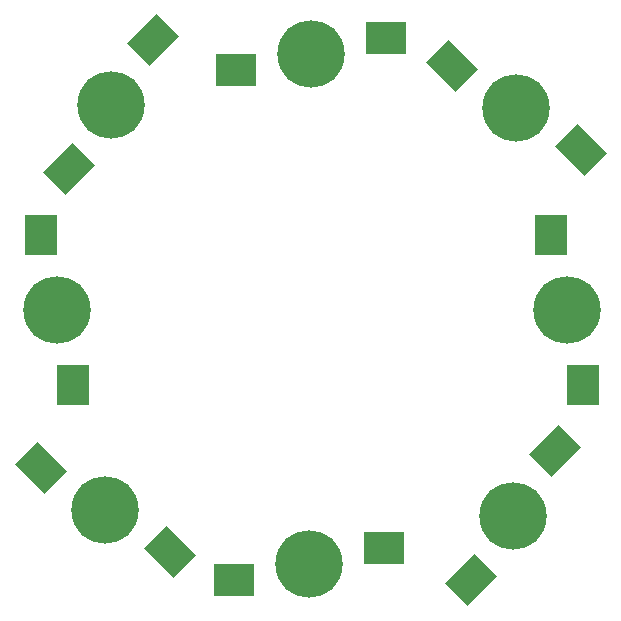
<source format=gbr>
%TF.GenerationSoftware,KiCad,Pcbnew,8.0.2*%
%TF.CreationDate,2024-08-19T21:28:26+02:00*%
%TF.ProjectId,ringlight,72696e67-6c69-4676-9874-2e6b69636164,rev?*%
%TF.SameCoordinates,Original*%
%TF.FileFunction,Paste,Top*%
%TF.FilePolarity,Positive*%
%FSLAX46Y46*%
G04 Gerber Fmt 4.6, Leading zero omitted, Abs format (unit mm)*
G04 Created by KiCad (PCBNEW 8.0.2) date 2024-08-19 21:28:26*
%MOMM*%
%LPD*%
G01*
G04 APERTURE LIST*
G04 Aperture macros list*
%AMRotRect*
0 Rectangle, with rotation*
0 The origin of the aperture is its center*
0 $1 length*
0 $2 width*
0 $3 Rotation angle, in degrees counterclockwise*
0 Add horizontal line*
21,1,$1,$2,0,0,$3*%
G04 Aperture macros list end*
%ADD10R,3.500000X2.700000*%
%ADD11C,5.700000*%
%ADD12RotRect,3.500000X2.700000X45.000000*%
%ADD13RotRect,3.500000X2.700000X315.000000*%
%ADD14R,2.700000X3.500000*%
%ADD15RotRect,3.500000X2.700000X135.000000*%
%ADD16RotRect,3.500000X2.700000X225.000000*%
G04 APERTURE END LIST*
D10*
%TO.C,D1*%
X35995000Y52658000D03*
X23295000Y49958000D03*
D11*
X29645000Y51308000D03*
%TD*%
D10*
%TO.C,D5*%
X23114000Y6778000D03*
X35814000Y9478000D03*
D11*
X29464000Y8128000D03*
%TD*%
D12*
%TO.C,D4*%
X43180000Y6747278D03*
X50251068Y17636722D03*
D11*
X46715534Y12192000D03*
%TD*%
D13*
%TO.C,D6*%
X6747278Y16235534D03*
X17636722Y9164466D03*
D11*
X12192000Y12700000D03*
%TD*%
D14*
%TO.C,D3*%
X52658000Y23285000D03*
X49958000Y35985000D03*
D11*
X51308000Y29635000D03*
%TD*%
D15*
%TO.C,D2*%
X52434722Y43200466D03*
X41545278Y50271534D03*
D11*
X46990000Y46736000D03*
%TD*%
D16*
%TO.C,D8*%
X16235534Y52434722D03*
X9164466Y41545278D03*
D11*
X12700000Y46990000D03*
%TD*%
D14*
%TO.C,D7*%
X6778000Y35985000D03*
X9478000Y23285000D03*
D11*
X8128000Y29635000D03*
%TD*%
M02*

</source>
